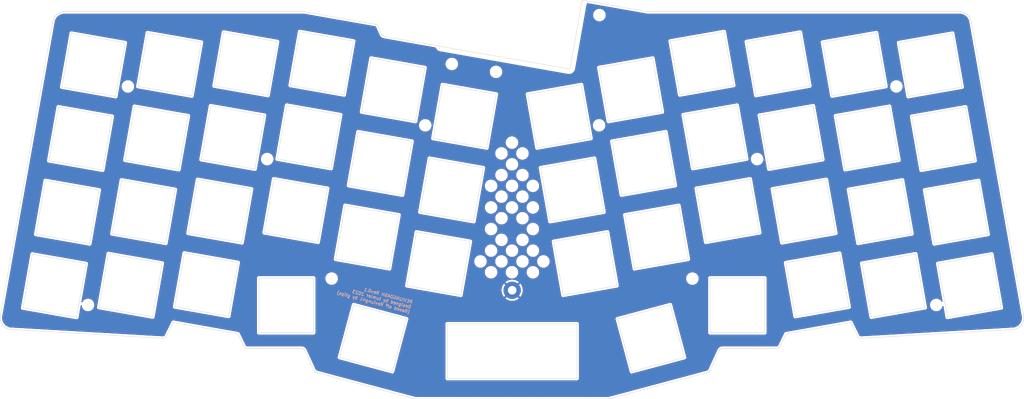
<source format=kicad_pcb>
(kicad_pcb (version 20211014) (generator pcbnew)
  (title_block (title "REVIUNG41 TOP PLATE") (date "2021-06-24") (rev "1.4"))
  (layers (0 "F.Cu" signal) (31 "B.Cu" signal) (34 "B.Paste" user) (35 "F.Paste" user) (36 "B.SilkS" user "B.Silkscreen") (37 "F.SilkS" user "F.Silkscreen") (38 "B.Mask" user) (39 "F.Mask" user) (44 "Edge.Cuts" user))
  (net 0 "")
  (net 1 "GND")
  (footprint "MountingHole:MountingHole_2.2mm_M2_Pad" (layer "F.Cu") (at 144.8 118.86)
    (fp_text reference "H1" hide)
    (fp_text value "MountingHole_Pad" hide)
    (pad "1" thru_hole circle locked (at 0 0) (size 4.4 4.4) (drill 2.2) (layers *.Cu *.Mask) (net 1 "GND"))
  )
  (footprint "MountingHole:MountingHole_2.2mm_M2" (layer "F.Cu") (at 47.05 66.95)
    (fp_text reference "H11" hide)
    (fp_text value "MountingHole_2.2mm_M2" hide)
    (pad "" np_thru_hole circle locked (at 0 0) (size 2.2 2.2) (drill 2.2) (layers *.Cu *.Mask))
  )
  (footprint "MountingHole:MountingHole_2.2mm_M2" (layer "F.Cu") (at 36.9 122.61)
    (fp_text reference "H2" hide)
    (fp_text value "MountingHole_2.2mm_M2" hide)
    (pad "" np_thru_hole circle locked (at 0 0) (size 2.2 2.2) (drill 2.2) (layers *.Cu *.Mask))
  )
  (footprint "MountingHole:MountingHole_2.2mm_M2" (layer "F.Cu") (at 82.48 85.45)
    (fp_text reference "H3" hide)
    (fp_text value "MountingHole_2.2mm_M2" hide)
    (pad "" np_thru_hole circle locked (at 0 0) (size 2.2 2.2) (drill 2.2) (layers *.Cu *.Mask))
  )
  (footprint "MountingHole:MountingHole_2.2mm_M2" (layer "F.Cu") (at 122.69 76.85)
    (fp_text reference "H4" hide)
    (fp_text value "MountingHole_2.2mm_M2" hide)
    (pad "" np_thru_hole circle locked (at 0 0) (size 2.2 2.2) (drill 2.2) (layers *.Cu *.Mask))
  )
  (footprint "MountingHole:MountingHole_2.2mm_M2" (layer "F.Cu") (at 98.88 115.88)
    (fp_text reference "H5" hide)
    (fp_text value "MountingHole_2.2mm_M2" hide)
    (pad "" np_thru_hole circle locked (at 0 0) (size 2.2 2.2) (drill 2.2) (layers *.Cu *.Mask))
  )
  (footprint "MountingHole:MountingHole_2.2mm_M2" (layer "F.Cu") (at 166.91 76.84)
    (fp_text reference "H6" hide)
    (fp_text value "MountingHole_2.2mm_M2" hide)
    (pad "" np_thru_hole circle locked (at 0 0) (size 2.2 2.2) (drill 2.2) (layers *.Cu *.Mask))
  )
  (footprint "MountingHole:MountingHole_2.2mm_M2" (layer "F.Cu") (at 190.65 115.89)
    (fp_text reference "H7" hide)
    (fp_text value "MountingHole_2.2mm_M2" hide)
    (pad "" np_thru_hole circle locked (at 0 0) (size 2.2 2.2) (drill 2.2) (layers *.Cu *.Mask))
  )
  (footprint "MountingHole:MountingHole_2.2mm_M2" (layer "F.Cu") (at 207.12 85.45)
    (fp_text reference "H8" hide)
    (fp_text value "MountingHole_2.2mm_M2" hide)
    (pad "" np_thru_hole circle locked (at 0 0) (size 2.2 2.2) (drill 2.2) (layers *.Cu *.Mask))
  )
  (footprint "MountingHole:MountingHole_2.2mm_M2" (layer "F.Cu") (at 242.54 66.94)
    (fp_text reference "H9" hide)
    (fp_text value "MountingHole_2.2mm_M2" hide)
    (pad "" np_thru_hole circle locked (at 0 0) (size 2.2 2.2) (drill 2.2) (layers *.Cu *.Mask))
  )
  (footprint "MountingHole:MountingHole_2.2mm_M2" (layer "F.Cu") (at 252.7 122.61)
    (fp_text reference "H10" hide)
    (fp_text value "MountingHole_2.2mm_M2" hide)
    (pad "" np_thru_hole circle locked (at 0 0) (size 2.2 2.2) (drill 2.2) (layers *.Cu *.Mask))
  )
  (footprint "_reviung-kbd:HOLE_2.2mm" (layer "F.Cu") (at 167 48.77)
    (fp_text reference "H14" hide)
    (fp_text value "H14" hide)
    (pad "" np_thru_hole circle locked (at 0 0) (size 2.2 2.2) (drill 2.2) (layers *.Cu *.Mask))
  )
  (footprint "_reviung-kbd:HOLE_2.2mm" (layer "F.Cu") (at 129.45 61.22)
    (fp_text reference "H12" hide)
    (fp_text value "H12" hide)
    (pad "" np_thru_hole circle locked (at 0 0) (size 2.2 2.2) (drill 2.2) (layers *.Cu *.Mask))
  )
  (footprint "_reviung-kbd:HOLE_2.2mm" (layer "F.Cu") (at 140.7 63.23)
    (fp_text reference "H13" hide)
    (fp_text value "H13" hide)
    (pad "" np_thru_hole circle locked (at 0 0) (size 2.2 2.2) (drill 2.2) (layers *.Cu *.Mask))
  )
  (footprint "_reviung-kbd:HOLE_2.2mm" (layer "F.Cu") (at 144.75 81.26)
    (fp_text reference "Ref**")
    (fp_text value "Val**")
    (pad "" np_thru_hole circle locked (at 0 0) (size 2.2 2.2) (drill 2.2) (layers *.Cu *.Mask))
  )
  (footprint "_reviung-kbd:HOLE_2.2mm" (layer "F.Cu") (at 142.08 84.01)
    (fp_text reference "Ref**")
    (fp_text value "Val**")
    (pad "" np_thru_hole circle locked (at 0 0) (size 2.2 2.2) (drill 2.2) (layers *.Cu *.Mask))
  )
  (footprint "_reviung-kbd:HOLE_2.2mm" (layer "F.Cu") (at 147.42 84.01)
    (fp_text reference "Ref**")
    (fp_text value "Val**")
    (pad "" np_thru_hole circle locked (at 0 0) (size 2.2 2.2) (drill 2.2) (layers *.Cu *.Mask))
  )
  (footprint "_reviung-kbd:HOLE_2.2mm" (layer "F.Cu") (at 144.76 86.77)
    (fp_text reference "Ref**")
    (fp_text value "Val**")
    (pad "" np_thru_hole circle locked (at 0 0) (size 2.2 2.2) (drill 2.2) (layers *.Cu *.Mask))
  )
  (footprint "_reviung-kbd:HOLE_2.2mm" (layer "F.Cu") (at 142.08 89.51)
    (fp_text reference "Ref**")
    (fp_text value "Val**")
    (pad "" np_thru_hole circle locked (at 0 0) (size 2.2 2.2) (drill 2.2) (layers *.Cu *.Mask))
  )
  (footprint "_reviung-kbd:HOLE_2.2mm" (layer "F.Cu") (at 147.42 89.51)
    (fp_text reference "Ref**")
    (fp_text value "Val**")
    (pad "" np_thru_hole circle locked (at 0 0) (size 2.2 2.2) (drill 2.2) (layers *.Cu *.Mask))
  )
  (footprint "_reviung-kbd:HOLE_2.2mm" (layer "F.Cu") (at 139.44 92.27)
    (fp_text reference "Ref**")
    (fp_text value "Val**")
    (pad "" np_thru_hole circle locked (at 0 0) (size 2.2 2.2) (drill 2.2) (layers *.Cu *.Mask))
  )
  (footprint "_reviung-kbd:HOLE_2.2mm" (layer "F.Cu") (at 144.76 92.27)
    (fp_text reference "Ref**")
    (fp_text value "Val**")
    (pad "" np_thru_hole circle locked (at 0 0) (size 2.2 2.2) (drill 2.2) (layers *.Cu *.Mask))
  )
  (footprint "_reviung-kbd:HOLE_2.2mm" (layer "F.Cu") (at 150.07 92.27)
    (fp_text reference "Ref**")
    (fp_text value "Val**")
    (pad "" np_thru_hole circle locked (at 0 0) (size 2.2 2.2) (drill 2.2) (layers *.Cu *.Mask))
  )
  (footprint "_reviung-kbd:HOLE_2.2mm" (layer "F.Cu") (at 142.08 95.01)
    (fp_text reference "Ref**")
    (fp_text value "Val**")
    (pad "" np_thru_hole circle locked (at 0 0) (size 2.2 2.2) (drill 2.2) (layers *.Cu *.Mask))
  )
  (footprint "_reviung-kbd:HOLE_2.2mm" (layer "F.Cu") (at 147.42 95.01)
    (fp_text reference "Ref**")
    (fp_text value "Val**")
    (pad "" np_thru_hole circle locked (at 0 0) (size 2.2 2.2) (drill 2.2) (layers *.Cu *.Mask))
  )
  (footprint "_reviung-kbd:HOLE_2.2mm" (layer "F.Cu") (at 139.44 97.77)
    (fp_text reference "Ref**")
    (fp_text value "Val**")
    (pad "" np_thru_hole circle locked (at 0 0) (size 2.2 2.2) (drill 2.2) (layers *.Cu *.Mask))
  )
  (footprint "_reviung-kbd:HOLE_2.2mm" (layer "F.Cu") (at 144.75 97.77)
    (fp_text reference "Ref**")
    (fp_text value "Val**")
    (pad "" np_thru_hole circle locked (at 0 0) (size 2.2 2.2) (drill 2.2) (layers *.Cu *.Mask))
  )
  (footprint "_reviung-kbd:HOLE_2.2mm" (layer "F.Cu") (at 150.07 97.77)
    (fp_text reference "Ref**")
    (fp_text value "Val**")
    (pad "" np_thru_hole circle locked (at 0 0) (size 2.2 2.2) (drill 2.2) (layers *.Cu *.Mask))
  )
  (footprint "_reviung-kbd:HOLE_2.2mm" (layer "F.Cu") (at 142.09 100.51)
    (fp_text reference "Ref**")
    (fp_text value "Val**")
    (pad "" np_thru_hole circle locked (at 0 0) (size 2.2 2.2) (drill 2.2) (layers *.Cu *.Mask))
  )
  (footprint "_reviung-kbd:HOLE_2.2mm" (layer "F.Cu") (at 147.42 100.51)
    (fp_text reference "Ref**")
    (fp_text value "Val**")
    (pad "" np_thru_hole circle locked (at 0 0) (size 2.2 2.2) (drill 2.2) (layers *.Cu *.Mask))
  )
  (footprint "_reviung-kbd:HOLE_2.2mm" (layer "F.Cu") (at 139.44 103.27)
    (fp_text reference "Ref**")
    (fp_text value "Val**")
    (pad "" np_thru_hole circle locked (at 0 0) (size 2.2 2.2) (drill 2.2) (layers *.Cu *.Mask))
  )
  (footprint "_reviung-kbd:HOLE_2.2mm" (layer "F.Cu") (at 150.07 103.27)
    (fp_text reference "Ref**")
    (fp_text value "Val**")
    (pad "" np_thru_hole circle locked (at 0 0) (size 2.2 2.2) (drill 2.2) (layers *.Cu *.Mask))
  )
  (footprint "_reviung-kbd:HOLE_2.2mm" (layer "F.Cu") (at 142.08 106.02)
    (fp_text reference "Ref**")
    (fp_text value "Val**")
    (pad "" np_thru_hole circle locked (at 0 0) (size 2.2 2.2) (drill 2.2) (layers *.Cu *.Mask))
  )
  (footprint "_reviung-kbd:HOLE_2.2mm" (layer "F.Cu") (at 147.42 106.01)
    (fp_text reference "Ref**")
    (fp_text value "Val**")
    (pad "" np_thru_hole circle locked (at 0 0) (size 2.2 2.2) (drill 2.2) (layers *.Cu *.Mask))
  )
  (footprint "_reviung-kbd:HOLE_2.2mm" (layer "F.Cu") (at 139.44 108.77)
    (fp_text reference "Ref**")
    (fp_text value "Val**")
    (pad "" np_thru_hole circle locked (at 0 0) (size 2.2 2.2) (drill 2.2) (layers *.Cu *.Mask))
  )
  (footprint "_reviung-kbd:HOLE_2.2mm" (layer "F.Cu") (at 144.76 108.77)
    (fp_text reference "Ref**")
    (fp_text value "Val**")
    (pad "" np_thru_hole circle locked (at 0 0) (size 2.2 2.2) (drill 2.2) (layers *.Cu *.Mask))
  )
  (footprint "_reviung-kbd:HOLE_2.2mm" (layer "F.Cu") (at 150.08 108.77)
    (fp_text reference "Ref**")
    (fp_text value "Val**")
    (pad "" np_thru_hole circle locked (at 0 0) (size 2.2 2.2) (drill 2.2) (layers *.Cu *.Mask))
  )
  (footprint "_reviung-kbd:HOLE_2.2mm" (layer "F.Cu") (at 136.74 111.52)
    (fp_text reference "Ref**")
    (fp_text value "Val**")
    (pad "" np_thru_hole circle locked (at 0 0) (size 2.2 2.2) (drill 2.2) (layers *.Cu *.Mask))
  )
  (footprint "_reviung-kbd:HOLE_2.2mm" (layer "F.Cu") (at 142.08 111.52)
    (fp_text reference "Ref**")
    (fp_text value "Val**")
    (pad "" np_thru_hole circle locked (at 0 0) (size 2.2 2.2) (drill 2.2) (layers *.Cu *.Mask))
  )
  (footprint "_reviung-kbd:HOLE_2.2mm" (layer "F.Cu") (at 147.43 111.52)
    (fp_text reference "Ref**")
    (fp_text value "Val**")
    (pad "" np_thru_hole circle locked (at 0 0) (size 2.2 2.2) (drill 2.2) (layers *.Cu *.Mask))
  )
  (footprint "_reviung-kbd:HOLE_2.2mm" (layer "F.Cu") (at 152.75 111.52)
    (fp_text reference "Ref**")
    (fp_text value "Val**")
    (pad "" np_thru_hole circle locked (at 0 0) (size 2.2 2.2) (drill 2.2) (layers *.Cu *.Mask))
  )
  (footprint "_reviung-kbd:HOLE_2.2mm" (layer "F.Cu") (at 150.08 114.28)
    (fp_text reference "Ref**")
    (fp_text value "Val**")
    (pad "" np_thru_hole circle locked (at 0 0) (size 2.2 2.2) (drill 2.2) (layers *.Cu *.Mask))
  )
  (footprint "_reviung-kbd:HOLE_2.2mm" (layer "F.Cu") (at 144.75 114.28)
    (fp_text reference "Ref**")
    (fp_text value "Val**")
    (pad "" np_thru_hole circle locked (at 0 0) (size 2.2 2.2) (drill 2.2) (layers *.Cu *.Mask))
  )
  (footprint "_reviung-kbd:HOLE_2.2mm" (layer "F.Cu") (at 139.44 114.27)
    (fp_text reference "Ref**")
    (fp_text value "Val**")
    (pad "" np_thru_hole circle locked (at 0 0) (size 2.2 2.2) (drill 2.2) (layers *.Cu *.Mask))
  )
  (gr_line (start 195.187444 139.197128) (end 197.447028 134.272322) (layer "Edge.Cuts") (width 0.1))
  (gr_line (start 14.581227 125.508052) (end 14.604214 125.355398) (layer "Edge.Cuts") (width 0.1))
  (gr_line (start 62.370082 104.33385) (end 64.783844 90.645028) (layer "Edge.Cuts") (width 0.1))
  (gr_line (start 260.563742 48.63419) (end 260.462142 48.553672) (layer "Edge.Cuts") (width 0.1))
  (gr_line (start 188.618496 135.981996) (end 175.192056 139.579398) (layer "Edge.Cuts") (width 0.1))
  (gr_line (start 104.45458 55.397448) (end 102.041072 69.08627) (layer "Edge.Cuts") (width 0.1))
  (gr_line (start 76.7127 133.32668) (end 76.640056 133.234732) (layer "Edge.Cuts") (width 0.1))
  (gr_line (start 56.294402 131.034838) (end 56.397526 130.993944) (layer "Edge.Cuts") (width 0.1))
  (gr_line (start 233.03065 130.948224) (end 232.92143 130.87558) (layer "Edge.Cuts") (width 0.1))
  (gr_line (start 157.758512 120.118172) (end 171.447334 117.70441) (layer "Edge.Cuts") (width 0.1))
  (gr_line (start 261.290182 49.533096) (end 261.226682 49.41905) (layer "Edge.Cuts") (width 0.1))
  (gr_line (start 142.471776 146.532902) (end 144.775556 146.532902) (layer "Edge.Cuts") (width 0.1))
  (gr_line (start 103.199312 92.189094) (end 105.613074 78.500272) (layer "Edge.Cuts") (width 0.1))
  (gr_line (start 91.440636 133.677454) (end 91.331416 133.650022) (layer "Edge.Cuts") (width 0.1))
  (gr_line (start 166.88143 62.15334) (end 169.295192 75.842162) (layer "Edge.Cuts") (width 0.1))
  (gr_line (start 259.674742 48.118062) (end 259.552822 48.07539) (layer "Edge.Cuts") (width 0.1))
  (gr_line (start 198.189724 133.651546) (end 198.3025 133.636306) (layer "Edge.Cuts") (width 0.1))
  (gr_line (start 138.349102 82.597038) (end 124.66028 80.183276) (layer "Edge.Cuts") (width 0.1))
  (gr_line (start 259.913502 48.218392) (end 259.796662 48.165814) (layer "Edge.Cuts") (width 0.1))
  (gr_line (start 85.088604 55.537402) (end 82.675096 69.226224) (layer "Edge.Cuts") (width 0.1))
  (gr_line (start 261.561962 50.278078) (end 261.531482 50.147268) (layer "Edge.Cuts") (width 0.1))
  (gr_line (start 110.070774 51.143202) (end 109.949616 51.113738) (layer "Edge.Cuts") (width 0.1))
  (gr_line (start 119.301896 80.914034) (end 116.888134 94.602856) (layer "Edge.Cuts") (width 0.1))
  (gr_line (start 27.958416 50.276554) (end 27.931746 50.40965) (layer "Edge.Cuts") (width 0.1))
  (gr_line (start 95.007812 139.800378) (end 94.895036 139.76304) (layer "Edge.Cuts") (width 0.1))
  (gr_line (start 91.737054 133.82833) (end 91.644344 133.76737) (layer "Edge.Cuts") (width 0.1))
  (gr_line (start 92.074112 134.270798) (end 92.026614 134.165896) (layer "Edge.Cuts") (width 0.1))
  (gr_line (start 274.759802 126.964488) (end 274.808062 126.82809) (layer "Edge.Cuts") (width 0.1))
  (gr_line (start 233.464228 131.097322) (end 272.483962 128.832404) (layer "Edge.Cuts") (width 0.1))
  (gr_line (start 100.88969 135.973614) (end 104.487346 122.547174) (layer "Edge.Cuts") (width 0.1))
  (gr_line (start 79.367 87.986918) (end 65.678178 85.573156) (layer "Edge.Cuts") (width 0.1))
  (gr_line (start 76.640056 133.234732) (end 76.578842 133.134148) (layer "Edge.Cuts") (width 0.1))
  (gr_line (start 169.033572 104.015588) (end 155.34475 106.42935) (layer "Edge.Cuts") (width 0.1))
  (gr_line (start 110.394624 51.313636) (end 110.294294 51.24404) (layer "Edge.Cuts") (width 0.1))
  (gr_line (start 171.447334 117.70441) (end 169.033572 104.015588) (layer "Edge.Cuts") (width 0.1))
  (gr_line (start 14.817574 127.096314) (end 14.761846 126.962964) (layer "Edge.Cuts") (width 0.1))
  (gr_line (start 165.725476 85.255148) (end 152.036654 87.66891) (layer "Edge.Cuts") (width 0.1))
  (gr_line (start 168.821228 146.533156) (end 169.232708 146.533156) (layer "Edge.Cuts") (width 0.1))
  (gr_line (start 29.72524 48.165306) (end 29.606876 48.218138) (layer "Edge.Cuts") (width 0.1))
  (gr_line (start 94.68955 139.65128) (end 94.598364 139.578636) (layer "Edge.Cuts") (width 0.1))
  (gr_line (start 274.808062 126.82809) (end 274.851242 126.689406) (layer "Edge.Cuts") (width 0.1))
  (gr_line (start 111.64786 53.822394) (end 111.578772 53.72054) (layer "Edge.Cuts") (width 0.1))
  (gr_line (start 232.80078 106.886296) (end 246.489602 104.472534) (layer "Edge.Cuts") (width 0.1))
  (gr_line (start 131.73291 120.118172) (end 118.044088 117.704664) (layer "Edge.Cuts") (width 0.1))
  (gr_line (start 173.497622 99.674474) (end 175.91113 113.363296) (layer "Edge.Cuts") (width 0.1))
  (gr_line (start 197.494526 134.167674) (end 197.552946 134.070392) (layer "Edge.Cuts") (width 0.1))
  (gr_line (start 212.532088 133.547152) (end 212.63318 133.484414) (layer "Edge.Cuts") (width 0.1))
  (gr_line (start 127.073788 66.494454) (end 140.76261 68.908216) (layer "Edge.Cuts") (width 0.1))
  (gr_line (start 30.75013 47.935182) (end 30.615764 47.944326) (layer "Edge.Cuts") (width 0.1))
  (gr_line (start 126.1 56.651192) (end 112.26381 54.19552) (layer "Edge.Cuts") (width 0.1))
  (gr_line (start 274.940142 125.509576) (end 274.917282 125.356922) (layer "Edge.Cuts") (width 0.1))
  (gr_line (start 233.464228 131.097322) (end 233.340022 131.070398) (layer "Edge.Cuts") (width 0.1))
  (gr_line (start 94.383226 139.303808) (end 94.33395 139.195604) (layer "Edge.Cuts") (width 0.1))
  (gr_line (start 28.43619 49.200102) (end 28.363546 49.30729) (layer "Edge.Cuts") (width 0.1))
  (gr_line (start 256.827402 53.401262) (end 243.139342 55.815024) (layer "Edge.Cuts") (width 0.1))
  (gr_line (start 14.761846 126.962964) (end 14.712494 126.826566) (layer "Edge.Cuts") (width 0.1))
  (gr_line (start 98.732976 87.846964) (end 85.044154 85.433202) (layer "Edge.Cuts") (width 0.1))
  (gr_line (start 77.098526 133.596682) (end 76.989052 133.545628) (layer "Edge.Cuts") (width 0.1))
  (gr_line (start 91.899868 133.979714) (end 91.822398 133.89945) (layer "Edge.Cuts") (width 0.1))
  (gr_line (start 237.459902 53.262578) (end 223.77108 55.67634) (layer "Edge.Cuts") (width 0.1))
  (gr_line (start 126.19952 146.532394) (end 127.855854 146.532394) (layer "Edge.Cuts") (width 0.1))
  (gr_line (start 216.810464 125.543104) (end 230.49954 123.129596) (layer "Edge.Cuts") (width 0.1))
  (gr_line (start 259.037202 47.959312) (end 258.905122 47.944326) (layer "Edge.Cuts") (width 0.1))
  (gr_line (start 260.660262 48.718772) (end 260.563742 48.63419) (layer "Edge.Cuts") (width 0.1))
  (gr_line (start 113.580292 113.36355) (end 99.89147 110.949788) (layer "Edge.Cuts") (width 0.1))
  (gr_line (start 29.161868 48.476964) (end 29.058236 48.553164) (layer "Edge.Cuts") (width 0.1))
  (gr_line (start 211.018756 93.058536) (end 213.432518 106.747358) (layer "Edge.Cuts") (width 0.1))
  (gr_line (start 81.736058 104.193896) (end 84.14982 90.505074) (layer "Edge.Cuts") (width 0.1))
  (gr_line (start 85.044154 85.433202) (end 87.457916 71.74438) (layer "Edge.Cuts") (width 0.1))
  (gr_line (start 112.142652 54.166056) (end 112.02759 54.122368) (layer "Edge.Cuts") (width 0.1))
  (gr_line (start 261.531482 50.147268) (end 261.493382 50.018744) (layer "Edge.Cuts") (width 0.1))
  (gr_line (start 15.692527 128.226106) (end 15.581326 128.133142) (layer "Edge.Cuts") (width 0.1))
  (gr_line (start 273.068162 128.667558) (end 273.205322 128.609138) (layer "Edge.Cuts") (width 0.1))
  (gr_line (start 58.975626 123.077526) (end 61.389134 109.388704) (layer "Edge.Cuts") (width 0.1))
  (gr_line (start 212.63318 133.484414) (end 212.725636 133.411262) (layer "Edge.Cuts") (width 0.1))
  (gr_line (start 233.123614 130.995468) (end 233.03065 130.948224) (layer "Edge.Cuts") (width 0.1))
  (gr_line (start 197.447028 134.272322) (end 197.494526 134.167674) (layer "Edge.Cuts") (width 0.1))
  (gr_line (start 91.141678 133.631988) (end 77.215112 133.635798) (layer "Edge.Cuts") (width 0.1))
  (gr_line (start 16.886759 128.800146) (end 16.738703 128.7623) (layer "Edge.Cuts") (width 0.1))
  (gr_line (start 56.770398 130.699304) (end 56.833644 130.598974) (layer "Edge.Cuts") (width 0.1))
  (gr_line (start 61.389134 109.388704) (end 75.077956 111.802212) (layer "Edge.Cuts") (width 0.1))
  (gr_line (start 232.750742 130.700828) (end 232.687496 130.600498) (layer "Edge.Cuts") (width 0.1))
  (gr_line (start 194.513582 139.801902) (end 194.626104 139.764564) (layer "Edge.Cuts") (width 0.1))
  (gr_line (start 15.808428 128.313736) (end 15.692527 128.226106) (layer "Edge.Cuts") (width 0.1))
  (gr_line (start 28.02852 50.017474) (end 27.990674 50.145744) (layer "Edge.Cuts") (width 0.1))
  (gr_line (start 15.9289 128.396032) (end 15.808428 128.313736) (layer "Edge.Cuts") (width 0.1))
  (gr_line (start 65.678178 85.573156) (end 68.09194 71.884334) (layer "Edge.Cuts") (width 0.1))
  (gr_line (start 259.552822 48.07539) (end 259.425822 48.038052) (layer "Edge.Cuts") (width 0.1))
  (gr_line (start 272.783682 128.763824) (end 272.925922 128.71912) (layer "Edge.Cuts") (width 0.1))
  (gr_line (start 248.8612 88.26454) (end 262.550022 85.850778) (layer "Edge.Cuts") (width 0.1))
  (gr_line (start 243.181506 85.71184) (end 240.767998 72.023018) (layer "Edge.Cuts") (width 0.1))
  (gr_line (start 197.784086 133.829854) (end 197.876796 133.768894) (layer "Edge.Cuts") (width 0.1))
  (gr_line (start 228.085778 109.440774) (end 214.396956 111.854282) (layer "Edge.Cuts") (width 0.1))
  (gr_line (start 210.124422 87.986918) (end 223.813244 85.573156) (layer "Edge.Cuts") (width 0.1))
  (gr_line (start 114.31613 139.57127) (end 100.88969 135.973614) (layer "Edge.Cuts") (width 0.1))
  (gr_line (start 32.663258 53.401262) (end 46.35208 55.815024) (layer "Edge.Cuts") (width 0.1))
  (gr_line (start 195.0767 139.405662) (end 195.137914 139.305332) (layer "Edge.Cuts") (width 0.1))
  (gr_line (start 101.146738 74.158142) (end 98.732976 87.846964) (layer "Edge.Cuts") (width 0.1))
  (gr_line (start 140.76261 68.908216) (end 138.349102 82.597038) (layer "Edge.Cuts") (width 0.1))
  (gr_line (start 272.483962 128.832404) (end 272.633822 128.80167) (layer "Edge.Cuts") (width 0.1))
  (gr_line (start 30.094556 48.038052) (end 29.96908 48.075136) (layer "Edge.Cuts") (width 0.1))
  (gr_line (start 76.795504 133.409738) (end 76.7127 133.32668) (layer "Edge.Cuts") (width 0.1))
  (gr_line (start 77.215112 133.635798) (end 77.098526 133.596682) (layer "Edge.Cuts") (width 0.1))
  (gr_line (start 28.120214 49.768808) (end 28.0717 49.891744) (layer "Edge.Cuts") (width 0.1))
  (gr_line (start 56.833644 130.598974) (end 56.883174 130.491024) (layer "Edge.Cuts") (width 0.1))
  (gr_line (start 246.489602 104.472534) (end 244.07584 90.783712) (layer "Edge.Cuts") (width 0.1))
  (gr_line (start 97.838642 92.918582) (end 95.42488 106.607658) (layer "Edge.Cuts") (width 0.1))
  (gr_line (start 274.851242 126.689406) (end 274.886802 126.547928) (layer "Edge.Cuts") (width 0.1))
  (gr_line (start 166.146354 146.533156) (end 167.260144 146.533156) (layer "Edge.Cuts") (width 0.1))
  (gr_line (start 259.242942 67.090084) (end 256.827402 53.401262) (layer "Edge.Cuts") (width 0.1))
  (gr_line (start 120.147462 146.531632) (end 120.292242 146.531632) (layer "Edge.Cuts") (width 0.1))
  (gr_line (start 187.448318 69.088556) (end 201.137394 66.674794) (layer "Edge.Cuts") (width 0.1))
  (gr_line (start 249.75528 93.336158) (end 252.169042 107.02498) (layer "Edge.Cuts") (width 0.1))
  (gr_line (start 194.73253 139.714526) (end 194.831844 139.652804) (layer "Edge.Cuts") (width 0.1))
  (gr_line (start 94.78861 139.713002) (end 94.68955 139.65128) (layer "Edge.Cuts") (width 0.1))
  (gr_line (start 218.09164 53.12364) (end 204.402818 55.537402) (layer "Edge.Cuts") (width 0.1))
  (gr_line (start 82.675096 69.226224) (end 68.986274 66.812462) (layer "Edge.Cuts") (width 0.1))
  (gr_line (start 159.889064 146.533156) (end 161.687638 146.533156) (layer "Edge.Cuts") (width 0.1))
  (gr_line (start 168.15778 146.533156) (end 168.821228 146.533156) (layer "Edge.Cuts") (width 0.1))
  (gr_line (start 164.831142 80.183276) (end 162.417634 66.494454) (layer "Edge.Cuts") (width 0.1))
  (gr_line (start 131.582288 146.532648) (end 133.61632 146.532648) (layer "Edge.Cuts") (width 0.1))
  (gr_line (start 30.249496 67.090338) (end 32.663258 53.401262) (layer "Edge.Cuts") (width 0.1))
  (gr_line (start 56.397526 130.993944) (end 56.49049 130.9467) (layer "Edge.Cuts") (width 0.1))
  (gr_line (start 68.09194 71.884334) (end 81.780762 74.298096) (layer "Edge.Cuts") (width 0.1))
  (gr_line (start 45.415582 90.783712) (end 59.104404 93.197474) (layer "Edge.Cuts") (width 0.1))
  (gr_line (start 245.553104 69.503846) (end 259.242942 67.090084) (layer "Edge.Cuts") (width 0.1))
  (gr_line (start 261.401942 49.770078) (end 261.348602 49.65019) (layer "Edge.Cuts") (width 0.1))
  (gr_line (start 197.975856 133.718348) (end 198.080504 133.679232) (layer "Edge.Cuts") (width 0.1))
  (gr_line (start 81.780762 74.298096) (end 79.367 87.986918) (layer "Edge.Cuts") (width 0.1))
  (gr_line (start 28.95816 48.633428) (end 28.861386 48.718264) (layer "Edge.Cuts") (width 0.1))
  (gr_line (start 261.493382 50.018744) (end 261.450202 49.893014) (layer "Edge.Cuts") (width 0.1))
  (gr_line (start 236.165264 125.695504) (end 249.85434 123.281996) (layer "Edge.Cuts") (width 0.1))
  (gr_line (start 197.621272 133.981238) (end 197.698742 133.900974) (layer "Edge.Cuts") (width 0.1))
  (gr_line (start 230.49954 123.129596) (end 228.085778 109.440774) (layer "Edge.Cuts") (width 0.1))
  (gr_line (start 123.390534 146.53214) (end 124.704984 146.53214) (layer "Edge.Cuts") (width 0.1))
  (gr_line (start 122.27395 146.53214) (end 123.390534 146.53214) (layer "Edge.Cuts") (width 0.1))
  (gr_line (start 111.52213 53.609542) (end 110.692312 51.69997) (layer "Edge.Cuts") (width 0.1))
  (gr_line (start 252.169042 107.02498) (end 265.857102 104.611472) (layer "Edge.Cuts") (width 0.1))
  (gr_line (start 223.813244 85.573156) (end 221.399482 71.884334) (layer "Edge.Cuts") (width 0.1))
  (gr_line (start 28.232228 49.531826) (end 28.173808 49.64892) (layer "Edge.Cuts") (width 0.1))
  (gr_line (start 94.598364 139.578636) (end 94.516322 139.496086) (layer "Edge.Cuts") (width 0.1))
  (gr_line (start 91.968194 134.068868) (end 91.899868 133.979714) (layer "Edge.Cuts") (width 0.1))
  (gr_line (start 108.92117 59.739832) (end 122.609992 62.15334) (layer "Edge.Cuts") (width 0.1))
  (gr_line (start 147.078828 146.532902) (end 149.36432 146.532902) (layer "Edge.Cuts") (width 0.1))
  (gr_line (start 226.184842 69.365162) (end 239.873664 66.9514) (layer "Edge.Cuts") (width 0.1))
  (gr_line (start 159.514668 62.506908) (end 126.1 56.651192) (layer "Edge.Cuts") (width 0.1))
  (gr_line (start 37.32238 107.02498) (end 23.633482 104.611472) (layer "Edge.Cuts") (width 0.1))
  (gr_line (start 212.881084 133.236256) (end 212.942298 133.135672) (layer "Edge.Cuts") (width 0.1))
  (gr_line (start 191.650748 92.920868) (end 194.06451 106.60969) (layer "Edge.Cuts") (width 0.1))
  (gr_line (start 213.432518 106.747358) (end 227.12134 104.333596) (layer "Edge.Cuts") (width 0.1))
  (gr_line (start 261.158102 49.308306) (end 261.084442 49.201118) (layer "Edge.Cuts") (width 0.1))
  (gr_line (start 29.606876 48.218138) (end 29.491306 48.275796) (layer "Edge.Cuts") (width 0.1))
  (gr_line (start 121.37352 146.531886) (end 122.27395 146.53214) (layer "Edge.Cuts") (width 0.1))
  (gr_line (start 76.529312 133.026198) (end 75.056112 129.978198) (layer "Edge.Cuts") (width 0.1))
  (gr_line (start 140.18603 146.532902) (end 142.471776 146.532902) (layer "Edge.Cuts") (width 0.1))
  (gr_line (start 122.609992 62.15334) (end 120.19623 75.842162) (layer "Edge.Cuts") (width 0.1))
  (gr_line (start 180.570252 59.739578) (end 166.88143 62.15334) (layer "Edge.Cuts") (width 0.1))
  (gr_line (start 46.309916 85.712094) (end 48.723424 72.023272) (layer "Edge.Cuts") (width 0.1))
  (gr_line (start 15.101292 127.597202) (end 15.021536 127.477314) (layer "Edge.Cuts") (width 0.1))
  (gr_line (start 260.926962 48.996902) (end 260.843142 48.900382) (layer "Edge.Cuts") (width 0.1))
  (gr_line (start 128.314324 141.320822) (end 128.314324 127.420672) (layer "Edge.Cuts") (width 0.1))
  (gr_line (start 40.630222 88.26454) (end 26.9414 85.850778) (layer "Edge.Cuts") (width 0.1))
  (gr_line (start 273.591402 128.397556) (end 273.713322 128.31526) (layer "Edge.Cuts") (width 0.1))
  (gr_line (start 53.360448 125.643688) (end 39.671626 123.229926) (layer "Edge.Cuts") (width 0.1))
  (gr_line (start 214.465028 129.979722) (end 230.924228 127.033322) (layer "Edge.Cuts") (width 0.1))
  (gr_line (start 26.04732 90.92265) (end 39.736142 93.336158) (layer "Edge.Cuts") (width 0.1))
  (gr_line (start 28.0717 49.891744) (end 28.02852 50.017474) (layer "Edge.Cuts") (width 0.1))
  (gr_line (start 247.440578 109.593174) (end 233.751756 112.006682) (layer "Edge.Cuts") (width 0.1))
  (gr_line (start 212.991828 133.027722) (end 214.465028 129.979722) (layer "Edge.Cuts") (width 0.1))
  (gr_line (start 92.026614 134.165896) (end 91.968194 134.068868) (layer "Edge.Cuts") (width 0.1))
  (gr_line (start 198.723632 52.985972) (end 185.03481 55.39948) (layer "Edge.Cuts") (width 0.1))
  (gr_line (start 232.828466 130.792776) (end 232.750742 130.700828) (layer "Edge.Cuts") (width 0.1))
  (gr_line (start 144.775556 146.532902) (end 147.078828 146.532902) (layer "Edge.Cuts") (width 0.1))
  (gr_line (start 28.679268 48.89962) (end 28.594178 48.99614) (layer "Edge.Cuts") (width 0.1))
  (gr_line (start 91.644344 133.76737) (end 91.545284 133.716824) (layer "Edge.Cuts") (width 0.1))
  (gr_line (start 137.454768 87.66891) (end 135.041006 101.357732) (layer "Edge.Cuts") (width 0.1))
  (gr_line (start 224.707578 90.644774) (end 211.018756 93.058536) (layer "Edge.Cuts") (width 0.1))
  (gr_line (start 120.45785 104.015842) (end 134.146672 106.42935) (layer "Edge.Cuts") (width 0.1))
  (gr_line (start 243.139342 55.815024) (end 245.553104 69.503846) (layer "Edge.Cuts") (width 0.1))
  (gr_line (start 14.879524 127.226616) (end 14.817574 127.096314) (layer "Edge.Cuts") (width 0.1))
  (gr_line (start 111.81931 53.995876) (end 111.728378 53.914596) (layer "Edge.Cuts") (width 0.1))
  (gr_line (start 15.021536 127.477314) (end 14.947571 127.35387) (layer "Edge.Cuts") (width 0.1))
  (gr_line (start 212.306028 133.637322) (end 212.422614 133.598206) (layer "Edge.Cuts") (width 0.1))
  (gr_line (start 261.450202 49.893014) (end 261.401942 49.770078) (layer "Edge.Cuts") (width 0.1))
  (gr_line (start 249.85434 123.281996) (end 247.440578 109.593174) (layer "Edge.Cuts") (width 0.1))
  (gr_line (start 187.186444 97.260966) (end 173.497622 99.674474) (layer "Edge.Cuts") (width 0.1))
  (gr_line (start 28.295474 49.418034) (end 28.232228 49.531826) (layer "Edge.Cuts") (width 0.1))
  (gr_line (start 72.664448 125.491288) (end 58.975626 123.077526) (layer "Edge.Cuts") (width 0.1))
  (gr_line (start 201.137394 66.674794) (end 198.723632 52.985972) (layer "Edge.Cuts") (width 0.1))
  (gr_line (start 170.189526 80.914034) (end 172.603288 94.602856) (layer "Edge.Cuts") (width 0.1))
  (gr_line (start 135.740268 146.532648) (end 137.936352 146.532648) (layer "Edge.Cuts") (width 0.1))
  (gr_line (start 255.519302 125.746304) (end 269.209902 123.332796) (layer "Edge.Cuts") (width 0.1))
  (gr_line (start 43.938318 69.503846) (end 30.249496 67.090338) (layer "Edge.Cuts") (width 0.1))
  (gr_line (start 274.500722 127.478838) (end 274.574382 127.355394) (layer "Edge.Cuts") (width 0.1))
  (gr_line (start 112.02759 54.122368) (end 111.919386 54.065472) (layer "Edge.Cuts") (width 0.1))
  (gr_line (start 17.038118 128.83088) (end 16.886759 128.800146) (layer "Edge.Cuts") (width 0.1))
  (gr_line (start 117.913786 126.14483) (end 114.31613 139.57127) (layer "Edge.Cuts") (width 0.1))
  (gr_line (start 42.085134 109.541104) (end 55.773956 111.954612) (layer "Edge.Cuts") (width 0.1))
  (gr_line (start 207.753332 104.195928) (end 205.33957 90.507106) (layer "Edge.Cuts") (width 0.1))
  (gr_line (start 120.19623 75.842162) (end 106.507408 73.428654) (layer "Edge.Cuts") (width 0.1))
  (gr_line (start 204.445236 85.435234) (end 202.031474 71.746412) (layer "Edge.Cuts") (width 0.1))
  (gr_line (start 183.878348 78.500272) (end 170.189526 80.914034) (layer "Edge.Cuts") (width 0.1))
  (gr_line (start 152.036654 87.66891) (end 154.450416 101.357732) (layer "Edge.Cuts") (width 0.1))
  (gr_line (start 15.475002 128.035098) (end 15.373656 127.932228) (layer "Edge.Cuts") (width 0.1))
  (gr_line (start 28.363546 49.30729) (end 28.295474 49.418034) (layer "Edge.Cuts") (width 0.1))
  (gr_line (start 14.55923 125.961442) (end 14.5589 125.811328) (layer "Edge.Cuts") (width 0.1))
  (gr_line (start 15.186661 127.71328) (end 15.101292 127.597202) (layer "Edge.Cuts") (width 0.1))
  (gr_line (start 14.582116 126.257352) (end 14.567028 126.110286) (layer "Edge.Cuts") (width 0.1))
  (gr_line (start 29.491306 48.275796) (end 29.37853 48.33828) (layer "Edge.Cuts") (width 0.1))
  (gr_line (start 43.00182 104.472534) (end 45.415582 90.783712) (layer "Edge.Cuts") (width 0.1))
  (gr_line (start 149.36432 146.532902) (end 151.61349 146.532902) (layer "Edge.Cuts") (width 0.1))
  (gr_line (start 112.26381 54.19552) (end 112.142652 54.166056) (layer "Edge.Cuts") (width 0.1))
  (gr_line (start 273.337402 128.544622) (end 273.466942 128.47401) (layer "Edge.Cuts") (width 0.1))
  (gr_line (start 274.955382 126.11181) (end 274.963002 125.962966) (layer "Edge.Cuts") (width 0.1))
  (gr_line (start 123.765946 85.255148) (end 137.454768 87.66891) (layer "Edge.Cuts") (width 0.1))
  (gr_line (start 274.917282 125.356922) (end 261.589902 50.411174) (layer "Edge.Cuts") (width 0.1))
  (gr_line (start 15.373656 127.932228) (end 15.277491 127.82504) (layer "Edge.Cuts") (width 0.1))
  (gr_line (start 260.137022 72.161956) (end 246.447438 74.575718) (layer "Edge.Cuts") (width 0.1))
  (gr_line (start 261.226682 49.41905) (end 261.158102 49.308306) (layer "Edge.Cuts") (width 0.1))
  (gr_line (start 94.267402 115.760802) (end 94.267402 129.660698) (layer "Edge.Cuts") (width 0.1))
  (gr_line (start 262.550022 85.850778) (end 260.137022 72.161956) (layer "Edge.Cuts") (width 0.1))
  (gr_line (start 20.31548 123.356418) (end 22.729191 109.667596) (layer "Edge.Cuts") (width 0.1))
  (gr_line (start 227.079176 74.43678) (end 229.492684 88.125602) (layer "Edge.Cuts") (width 0.1))
  (gr_line (start 105.613074 78.500272) (end 119.301896 80.914034) (layer "Edge.Cuts") (width 0.1))
  (gr_line (start 118.044088 117.704664) (end 120.45785 104.015842) (layer "Edge.Cuts") (width 0.1))
  (gr_line (start 197.876796 133.768894) (end 197.975856 133.718348) (layer "Edge.Cuts") (width 0.1))
  (gr_line (start 76.058904 106.747358) (end 62.370082 104.33385) (layer "Edge.Cuts") (width 0.1))
  (gr_line (start 221.399482 71.884334) (end 207.71066 74.298096) (layer "Edge.Cuts") (width 0.1))
  (gr_line (start 104.487346 122.547174) (end 117.913786 126.14483) (layer "Edge.Cuts") (width 0.1))
  (gr_line (start 209.050002 129.660698) (end 195.150106 129.660698) (layer "Edge.Cuts") (width 0.1))
  (gr_line (start 274.963002 125.962966) (end 274.963002 125.812852) (layer "Edge.Cuts") (width 0.1))
  (gr_line (start 209.050002 115.760802) (end 209.050002 129.660698) (layer "Edge.Cuts") (width 0.1))
  (gr_line (start 91.21864 133.634782) (end 91.141678 133.631988) (layer "Edge.Cuts") (width 0.1))
  (gr_line (start 14.633601 126.546404) (end 14.604366 126.402894) (layer "Edge.Cuts") (width 0.1))
  (gr_line (start 95.42488 106.607658) (end 81.736058 104.193896) (layer "Edge.Cuts") (width 0.1))
  (gr_line (start 29.268548 48.405336) (end 29.161868 48.476964) (layer "Edge.Cuts") (width 0.1))
  (gr_line (start 263.444102 90.92265) (end 249.75528 93.336158) (layer "Edge.Cuts") (width 0.1))
  (gr_line (start 259.298822 48.006302) (end 259.169282 47.979886) (layer "Edge.Cuts") (width 0.1))
  (gr_line (start 185.03481 55.39948) (end 187.448318 69.088556) (layer "Edge.Cuts") (width 0.1))
  (gr_line (start 110.18609 51.18689) (end 110.070774 51.143202) (layer "Edge.Cuts") (width 0.1))
  (gr_line (start 207.71066 74.298096) (end 210.124422 87.986918) (layer "Edge.Cuts") (width 0.1))
  (gr_line (start 169.373678 146.533156) (end 194.513582 139.801902) (layer "Edge.Cuts") (width 0.1))
  (gr_line (start 194.06451 106.60969) (end 207.753332 104.195928) (layer "Edge.Cuts") (width 0.1))
  (gr_line (start 162.417634 66.494454) (end 148.728812 68.908216) (layer "Edge.Cuts") (width 0.1))
  (gr_line (start 48.723424 72.023272) (end 62.4125 74.43678) (layer "Edge.Cuts") (width 0.1))
  (gr_line (start 124.66028 80.183276) (end 127.073788 66.494454) (layer "Edge.Cuts") (width 0.1))
  (gr_line (start 137.936352 146.532648) (end 140.18603 146.532902) (layer "Edge.Cuts") (width 0.1))
  (gr_line (start 274.147662 127.933752) (end 274.244182 127.826564) (layer "Edge.Cuts") (width 0.1))
  (gr_line (start 261.589902 50.411174) (end 261.561962 50.278078) (layer "Edge.Cuts") (width 0.1))
  (gr_line (start 16.594126 128.717596) (end 16.453207 128.66578) (layer "Edge.Cuts") (width 0.1))
  (gr_line (start 274.046062 128.036622) (end 274.147662 127.933752) (layer "Edge.Cuts") (width 0.1))
  (gr_line (start 273.939382 128.134666) (end 274.046062 128.036622) (layer "Edge.Cuts") (width 0.1))
  (gr_line (start 161.284286 141.320822) (end 128.314324 141.320822) (layer "Edge.Cuts") (width 0.1))
  (gr_line (start 30.482668 47.959058) (end 30.351604 47.979886) (layer "Edge.Cuts") (width 0.1))
  (gr_line (start 91.545284 133.716824) (end 91.440636 133.677454) (layer "Edge.Cuts") (width 0.1))
  (gr_line (start 64.783844 90.645028) (end 78.472666 93.058536) (layer "Edge.Cuts") (width 0.1))
  (gr_line (start 30.615764 47.944326) (end 30.482668 47.959058) (layer "Edge.Cuts") (width 0.1))
  (gr_line (start 94.44444 139.404138) (end 94.383226 139.303808) (layer "Edge.Cuts") (width 0.1))
  (gr_line (start 30.88602 47.932134) (end 30.75013 47.935182) (layer "Edge.Cuts") (width 0.1))
  (gr_line (start 272.633822 128.80167) (end 272.783682 128.763824) (layer "Edge.Cuts") (width 0.1))
  (gr_line (start 169.295192 75.842162) (end 182.984014 73.4284) (layer "Edge.Cuts") (width 0.1))
  (gr_line (start 194.831844 139.652804) (end 194.922776 139.58016) (layer "Edge.Cuts") (width 0.1))
  (gr_line (start 233.751756 112.006682) (end 236.165264 125.695504) (layer "Edge.Cuts") (width 0.1))
  (gr_line (start 157.964506 146.532902) (end 159.889064 146.533156) (layer "Edge.Cuts") (width 0.1))
  (gr_line (start 273.827622 128.22763) (end 273.939382 128.134666) (layer "Edge.Cuts") (width 0.1))
  (gr_line (start 29.96908 48.075136) (end 29.84589 48.117808) (layer "Edge.Cuts") (width 0.1))
  (gr_line (start 56.056912 131.095798) (end 17.038118 128.83088) (layer "Edge.Cuts") (width 0.1))
  (gr_line (start 80.367506 129.660698) (end 80.367506 115.760802) (layer "Edge.Cuts") (width 0.1))
  (gr_line (start 240.767998 72.023018) (end 227.079176 74.43678) (layer "Edge.Cuts") (width 0.1))
  (gr_line (start 168.139238 98.94397) (end 165.725476 85.255148) (layer "Edge.Cuts") (width 0.1))
  (gr_line (start 14.947571 127.35387) (end 14.879524 127.226616) (layer "Edge.Cuts") (width 0.1))
  (gr_line (start 39.671626 123.229926) (end 42.085134 109.541104) (layer "Edge.Cuts") (width 0.1))
  (gr_line (start 71.399782 53.12364) (end 85.088604 55.537402) (layer "Edge.Cuts") (width 0.1))
  (gr_line (start 56.49049 130.9467) (end 56.59971 130.874056) (layer "Edge.Cuts") (width 0.1))
  (gr_line (start 120.292242 146.531632) (end 120.70677 146.531886) (layer "Edge.Cuts") (width 0.1))
  (gr_line (start 68.986274 66.812462) (end 71.399782 53.12364) (layer "Edge.Cuts") (width 0.1))
  (gr_line (start 186.29211 92.189094) (end 183.878348 78.500272) (layer "Edge.Cuts") (width 0.1))
  (gr_line (start 26.9414 85.850778) (end 29.355162 72.161956) (layer "Edge.Cuts") (width 0.1))
  (gr_line (start 91.331416 133.650022) (end 91.21864 133.634782) (layer "Edge.Cuts") (width 0.1))
  (gr_line (start 206.816326 69.226224) (end 220.505148 66.812462) (layer "Edge.Cuts") (width 0.1))
  (gr_line (start 30.222064 48.006048) (end 30.094556 48.038052) (layer "Edge.Cuts") (width 0.1))
  (gr_line (start 261.348602 49.65019) (end 261.290182 49.533096) (layer "Edge.Cuts") (width 0.1))
  (gr_line (start 91.822398 133.89945) (end 91.737054 133.82833) (layer "Edge.Cuts") (width 0.1))
  (gr_line (start 274.886802 126.547928) (end 274.917282 126.404418) (layer "Edge.Cuts") (width 0.1))
  (gr_line (start 16.182849 128.543098) (end 16.053766 128.472486) (layer "Edge.Cuts") (width 0.1))
  (gr_line (start 212.80844 133.328458) (end 212.881084 133.236256) (layer "Edge.Cuts") (width 0.1))
  (gr_line (start 202.031474 71.746412) (end 188.342652 74.160174) (layer "Edge.Cuts") (width 0.1))
  (gr_line (start 30.351604 47.979886) (end 30.222064 48.006048) (layer "Edge.Cuts") (width 0.1))
  (gr_line (start 102.304978 97.260966) (end 115.9938 99.674728) (layer "Edge.Cuts") (width 0.1))
  (gr_line (start 28.861386 48.718264) (end 28.768422 48.80691) (layer "Edge.Cuts") (width 0.1))
  (gr_line (start 120.70677 146.531886) (end 121.37352 146.531886) (layer "Edge.Cuts") (width 0.1))
  (gr_line (start 195.004818 139.49761) (end 195.0767 139.405662) (layer "Edge.Cuts") (width 0.1))
  (gr_line (start 110.566328 51.486864) (end 110.485556 51.394916) (layer "Edge.Cuts") (width 0.1))
  (gr_line (start 111.919386 54.065472) (end 111.81931 53.995876) (layer "Edge.Cuts") (width 0.1))
  (gr_line (start 258.635882 47.932388) (end 179.37569 47.932388) (layer "Edge.Cuts") (width 0.1))
  (gr_line (start 14.712494 126.826566) (end 14.66972 126.687628) (layer "Edge.Cuts") (width 0.1))
  (gr_line (start 195.137914 139.305332) (end 195.187444 139.197128) (layer "Edge.Cuts") (width 0.1))
  (gr_line (start 260.253862 48.405844) (end 260.142102 48.338534) (layer "Edge.Cuts") (width 0.1))
  (gr_line (start 76.989052 133.545628) (end 76.88796 133.48289) (layer "Edge.Cuts") (width 0.1))
  (gr_line (start 120.147462 146.531632) (end 95.007812 139.800378) (layer "Edge.Cuts") (width 0.1))
  (gr_line (start 274.574382 127.355394) (end 274.640422 127.228394) (layer "Edge.Cuts") (width 0.1))
  (gr_line (start 151.61349 146.532902) (end 153.808558 146.532902) (layer "Edge.Cuts") (width 0.1))
  (gr_line (start 14.604214 125.355398) (end 27.931746 50.40965) (layer "Edge.Cuts") (width 0.1))
  (gr_line (start 94.33395 139.195604) (end 92.074112 134.270798) (layer "Edge.Cuts") (width 0.1))
  (gr_line (start 233.340022 131.070398) (end 233.226738 131.036362) (layer "Edge.Cuts") (width 0.1))
  (gr_line (start 55.773956 111.954612) (end 53.360448 125.643688) (layer "Edge.Cuts") (width 0.1))
  (gr_line (start 16.738703 128.7623) (end 16.594126 128.717596) (layer "Edge.Cuts") (width 0.1))
  (gr_line (start 46.35208 55.815024) (end 43.938318 69.503846) (layer "Edge.Cuts") (width 0.1))
  (gr_line (start 229.492684 88.125602) (end 243.181506 85.71184) (layer "Edge.Cuts") (width 0.1))
  (gr_line (start 204.402818 55.537402) (end 206.816326 69.226224) (layer "Edge.Cuts") (width 0.1))
  (gr_line (start 233.226738 131.036362) (end 233.123614 130.995468) (layer "Edge.Cuts") (width 0.1))
  (gr_line (start 15.581326 128.133142) (end 15.475002 128.035098) (layer "Edge.Cuts") (width 0.1))
  (gr_line (start 258.770502 47.935182) (end 258.635882 47.932388) (layer "Edge.Cuts") (width 0.1))
  (gr_line (start 62.4125 74.43678) (end 59.998738 88.125602) (layer "Edge.Cuts") (width 0.1))
  (gr_line (start 273.713322 128.31526) (end 273.827622 128.22763) (layer "Edge.Cuts") (width 0.1))
  (gr_line (start 274.963002 125.812852) (end 274.955382 125.661722) (layer "Edge.Cuts") (width 0.1))
  (gr_line (start 161.687638 146.533156) (end 163.34194 146.533156) (layer "Edge.Cuts") (width 0.1))
  (gr_line (start 274.419442 127.598726) (end 274.500722 127.478838) (layer "Edge.Cuts") (width 0.1))
  (gr_line (start 154.450416 101.357732) (end 168.139238 98.94397) (layer "Edge.Cuts") (width 0.1))
  (gr_line (start 78.472666 93.058536) (end 76.058904 106.747358) (layer "Edge.Cuts") (width 0.1))
  (gr_line (start 116.888134 94.602856) (end 103.199312 92.189094) (layer "Edge.Cuts") (width 0.1))
  (gr_line (start 274.940142 126.258876) (end 274.955382 126.11181) (layer "Edge.Cuts") (width 0.1))
  (gr_line (start 56.692674 130.791252) (end 56.770398 130.699304) (layer "Edge.Cuts") (width 0.1))
  (gr_line (start 76.578842 133.134148) (end 76.529312 133.026198) (layer "Edge.Cuts") (width 0.1))
  (gr_line (start 39.736142 93.336158) (end 37.32238 107.02498) (layer "Edge.Cuts") (width 0.1))
  (gr_line (start 212.725636 133.411262) (end 212.80844 133.328458) (layer "Edge.Cuts") (width 0.1))
  (gr_line (start 94.516322 139.496086) (end 94.44444 139.404138) (layer "Edge.Cuts") (width 0.1))
  (gr_line (start 163.34194 146.533156) (end 164.83419 146.533156) (layer "Edge.Cuts") (width 0.1))
  (gr_line (start 162.605594 44.977352) (end 159.514668 62.506908) (layer "Edge.Cuts") (width 0.1))
  (gr_line (start 56.181118 131.068874) (end 56.294402 131.034838) (layer "Edge.Cuts") (width 0.1))
  (gr_line (start 63.30658 69.365162) (end 49.617758 66.9514) (layer "Edge.Cuts") (width 0.1))
  (gr_line (start 14.56619 125.660198) (end 14.581227 125.508052) (layer "Edge.Cuts") (width 0.1))
  (gr_line (start 227.12134 104.333596) (end 224.707578 90.644774) (layer "Edge.Cuts") (width 0.1))
  (gr_line (start 188.342652 74.160174) (end 190.756414 87.848996) (layer "Edge.Cuts") (width 0.1))
  (gr_line (start 269.209902 123.332796) (end 266.794362 109.643974) (layer "Edge.Cuts") (width 0.1))
  (gr_line (start 246.447438 74.575718) (end 248.8612 88.26454) (layer "Edge.Cuts") (width 0.1))
  (gr_line (start 34.004378 125.769926) (end 20.31548 123.356418) (layer "Edge.Cuts") (width 0.1))
  (gr_line (start 198.379462 133.633512) (end 212.306028 133.637322) (layer "Edge.Cuts") (width 0.1))
  (gr_line (start 115.9938 99.674728) (end 113.580292 113.36355) (layer "Edge.Cuts") (width 0.1))
  (gr_line (start 189.599952 110.949788) (end 187.186444 97.260966) (layer "Edge.Cuts") (width 0.1))
  (gr_line (start 56.59971 130.874056) (end 56.692674 130.791252) (layer "Edge.Cuts") (width 0.1))
  (gr_line (start 175.91113 113.363296) (end 189.599952 110.949788) (layer "Edge.Cuts") (width 0.1))
  (gr_line (start 272.925922 128.71912) (end 273.068162 128.667558) (layer "Edge.Cuts") (width 0.1))
  (gr_line (start 179.37569 47.932388) (end 162.605594 44.977352) (layer "Edge.Cuts") (width 0.1))
  (gr_line (start 232.687496 130.600498) (end 232.637966 130.492548) (layer "Edge.Cuts") (width 0.1))
  (gr_line (start 261.008242 49.097232) (end 260.926962 48.996902) (layer "Edge.Cuts") (width 0.1))
  (gr_line (start 259.169282 47.979886) (end 259.037202 47.959312) (layer "Edge.Cuts") (width 0.1))
  (gr_line (start 155.34475 106.42935) (end 157.758512 120.118172) (layer "Edge.Cuts") (width 0.1))
  (gr_line (start 167.260144 146.533156) (end 168.15778 146.533156) (layer "Edge.Cuts") (width 0.1))
  (gr_line (start 274.335622 127.714804) (end 274.419442 127.598726) (layer "Edge.Cuts") (width 0.1))
  (gr_line (start 15.277491 127.82504) (end 15.186661 127.71328) (layer "Edge.Cuts") (width 0.1))
  (gr_line (start 80.367506 115.760802) (end 94.267402 115.760802) (layer "Edge.Cuts") (width 0.1))
  (gr_line (start 56.883174 130.491024) (end 58.596912 127.031798) (layer "Edge.Cuts") (width 0.1))
  (gr_line (start 88.35225 66.672762) (end 90.765758 52.98394) (layer "Edge.Cuts") (width 0.1))
  (gr_line (start 16.453207 128.66578) (end 16.316072 128.607614) (layer "Edge.Cuts") (width 0.1))
  (gr_line (start 127.855854 146.532394) (end 129.655952 146.532394) (layer "Edge.Cuts") (width 0.1))
  (gr_line (start 195.150106 129.660698) (end 195.150106 115.760802) (layer "Edge.Cuts") (width 0.1))
  (gr_line (start 110.692312 51.69997) (end 110.635416 51.588972) (layer "Edge.Cuts") (width 0.1))
  (gr_line (start 198.3025 133.636306) (end 198.379462 133.633512) (layer "Edge.Cuts") (width 0.1))
  (gr_line (start 232.92143 130.87558) (end 232.828466 130.792776) (layer "Edge.Cuts") (width 0.1))
  (gr_line (start 260.030342 48.27605) (end 259.913502 48.218392) (layer "Edge.Cuts") (width 0.1))
  (gr_line (start 128.314324 127.420672) (end 161.284286 127.420672) (layer "Edge.Cuts") (width 0.1))
  (gr_line (start 169.232708 146.533156) (end 169.373678 146.533156) (layer "Edge.Cuts") (width 0.1))
  (gr_line (start 28.768422 48.80691) (end 28.679268 48.89962) (layer "Edge.Cuts") (width 0.1))
  (gr_line (start 155.931744 146.532902) (end 157.964506 146.532902) (layer "Edge.Cuts") (width 0.1))
  (gr_line (start 239.873664 66.9514) (end 237.459902 53.262578) (layer "Edge.Cuts") (width 0.1))
  (gr_line (start 190.756414 87.848996) (end 204.445236 85.435234) (layer "Edge.Cuts") (width 0.1))
  (gr_line (start 212.422614 133.598206) (end 212.532088 133.547152) (layer "Edge.Cuts") (width 0.1))
  (gr_line (start 185.02084 122.555556) (end 188.618496 135.981996) (layer "Edge.Cuts") (width 0.1))
  (gr_line (start 261.084442 49.201118) (end 261.008242 49.097232) (layer "Edge.Cuts") (width 0.1))
  (gr_line (start 14.5589 125.811328) (end 14.56619 125.660198) (layer "Edge.Cuts") (width 0.1))
  (gr_line (start 260.142102 48.338534) (end 260.030342 48.27605) (layer "Edge.Cuts") (width 0.1))
  (gr_line (start 90.765758 52.98394) (end 104.45458 55.397448) (layer "Edge.Cuts") (width 0.1))
  (gr_line (start 16.053766 128.472486) (end 15.9289 128.396032) (layer "Edge.Cuts") (width 0.1))
  (gr_line (start 29.84589 48.117808) (end 29.72524 48.165306) (layer "Edge.Cuts") (width 0.1))
  (gr_line (start 27.990674 50.145744) (end 27.958416 50.276554) (layer "Edge.Cuts") (width 0.1))
  (gr_line (start 106.507408 73.428654) (end 108.92117 59.739832) (layer "Edge.Cuts") (width 0.1))
  (gr_line (start 102.041072 69.08627) (end 88.35225 66.672762) (layer "Edge.Cuts") (width 0.1))
  (gr_line (start 232.637966 130.492548) (end 230.924228 127.033322) (layer "Edge.Cuts") (width 0.1))
  (gr_line (start 23.633482 104.611472) (end 26.04732 90.92265) (layer "Edge.Cuts") (width 0.1))
  (gr_line (start 260.462142 48.553672) (end 260.360542 48.477472) (layer "Edge.Cuts") (width 0.1))
  (gr_line (start 151.14232 82.597038) (end 164.831142 80.183276) (layer "Edge.Cuts") (width 0.1))
  (gr_line (start 14.66972 126.687628) (end 14.633601 126.546404) (layer "Edge.Cuts") (width 0.1))
  (gr_line (start 111.728378 53.914596) (end 111.64786 53.822394) (layer "Edge.Cuts") (width 0.1))
  (gr_line (start 182.984014 73.4284) (end 180.570252 59.739578) (layer "Edge.Cuts") (width 0.1))
  (gr_line (start 274.917282 126.404418) (end 274.940142 126.258876) (layer "Edge.Cuts") (width 0.1))
  (gr_line (start 14.604366 126.402894) (end 14.582116 126.257352) (layer "Edge.Cuts") (width 0.1))
  (gr_line (start 75.077956 111.802212) (end 72.664448 125.491288) (layer "Edge.Cuts") (width 0.1))
  (gr_line (start 258.905122 47.944326) (end 258.770502 47.935182) (layer "Edge.Cuts") (width 0.1))
  (gr_line (start 273.466942 128.47401) (end 273.591402 128.397556) (layer "Edge.Cuts") (width 0.1))
  (gr_line (start 214.396956 111.854282) (end 216.810464 125.543104) (layer "Edge.Cuts") (width 0.1))
  (gr_line (start 36.41814 112.081104) (end 34.004378 125.769926) (layer "Edge.Cuts") (width 0.1))
  (gr_line (start 195.150106 115.760802) (end 209.050002 115.760802) (layer "Edge.Cuts") (width 0.1))
  (gr_line (start 28.594178 48.99614) (end 28.512898 49.096216) (layer "Edge.Cuts") (width 0.1))
  (gr_line (start 109.949616 51.113738) (end 91.99334 47.932388) (layer "Edge.Cuts") (width 0.1))
  (gr_line (start 56.056912 131.095798) (end 56.181118 131.068874) (layer "Edge.Cuts") (width 0.1))
  (gr_line (start 110.635416 51.588972) (end 110.566328 51.486864) (layer "Edge.Cuts") (width 0.1))
  (gr_line (start 29.058236 48.553164) (end 28.95816 48.633428) (layer "Edge.Cuts") (width 0.1))
  (gr_line (start 274.703922 127.097838) (end 274.759802 126.964488) (layer "Edge.Cuts") (width 0.1))
  (gr_line (start 212.942298 133.135672) (end 212.991828 133.027722) (layer "Edge.Cuts") (width 0.1))
  (gr_line (start 273.205322 128.609138) (end 273.337402 128.544622) (layer "Edge.Cuts") (width 0.1))
  (gr_line (start 129.655952 146.532394) (end 131.582288 146.532648) (layer "Edge.Cuts") (width 0.1))
  (gr_line (start 265.857102 104.611472) (end 263.444102 90.92265) (layer "Edge.Cuts") (width 0.1))
  (gr_line (start 29.355162 72.161956) (end 43.043984 74.575718) (layer "Edge.Cuts") (width 0.1))
  (gr_line (start 253.106556 112.057482) (end 255.519302 125.746304) (layer "Edge.Cuts") (width 0.1))
  (gr_line (start 124.704984 146.53214) (end 126.19952 146.532394) (layer "Edge.Cuts") (width 0.1))
  (gr_line (start 230.387018 93.197474) (end 232.80078 106.886296) (layer "Edge.Cuts") (width 0.1))
  (gr_line (start 87.457916 71.74438) (end 101.146738 74.158142) (layer "Edge.Cuts") (width 0.1))
  (gr_line (start 110.485556 51.394916) (end 110.394624 51.313636) (layer "Edge.Cuts") (width 0.1))
  (gr_line (start 16.316072 128.607614) (end 16.182849 128.543098) (layer "Edge.Cuts") (width 0.1))
  (gr_line (start 266.794362 109.643974) (end 253.106556 112.057482) (layer "Edge.Cuts") (width 0.1))
  (gr_line (start 172.603288 94.602856) (end 186.29211 92.189094) (layer "Edge.Cuts") (width 0.1))
  (gr_line (start 194.922776 139.58016) (end 195.004818 139.49761) (layer "Edge.Cuts") (width 0.1))
  (gr_line (start 197.698742 133.900974) (end 197.784086 133.829854) (layer "Edge.Cuts") (width 0.1))
  (gr_line (start 65.720342 55.67634) (end 63.30658 69.365162) (layer "Edge.Cuts") (width 0.1))
  (gr_line (start 28.173808 49.64892) (end 28.120214 49.768808) (layer "Edge.Cuts") (width 0.1))
  (gr_line (start 75.056112 129.978198) (end 58.596912 127.031798) (layer "Edge.Cuts") (width 0.1))
  (gr_line (start 49.617758 66.9514) (end 52.03152 53.262578) (layer "Edge.Cuts") (width 0.1))
  (gr_line (start 153.808558 146.532902) (end 155.931744 146.532902) (layer "Edge.Cuts") (width 0.1))
  (gr_line (start 84.14982 90.505074) (end 97.838642 92.918582) (layer "Edge.Cuts") (width 0.1))
  (gr_line (start 205.33957 90.507106) (end 191.650748 92.920868) (layer "Edge.Cuts") (width 0.1))
  (gr_line (start 56.690642 106.886296) (end 43.00182 104.472534) (layer "Edge.Cuts") (width 0.1))
  (gr_line (start 29.37853 48.33828) (end 29.268548 48.405336) (layer "Edge.Cuts") (width 0.1))
  (gr_line (start 260.843142 48.900382) (end 260.754242 48.807672) (layer "Edge.Cuts") (width 0.1))
  (gr_line (start 198.080504 133.679232) (end 198.189724 133.651546) (layer "Edge.Cuts") (width 0.1))
  (gr_line (start 121.352184 98.94397) (end 123.765946 85.255148) (layer "Edge.Cuts") (width 0.1))
  (gr_line (start 259.796662 48.165814) (end 259.674742 48.118062) (layer "Edge.Cuts") (width 0.1))
  (gr_line (start 52.03152 53.262578) (end 65.720342 55.67634) (layer "Edge.Cuts") (width 0.1))
  (gr_line (start 28.512898 49.096216) (end 28.43619 49.200102) (layer "Edge.Cuts") (width 0.1))
  (gr_line (start 260.754242 48.807672) (end 260.660262 48.718772) (layer "Edge.Cuts") (width 0.1))
  (gr_line (start 223.77108 55.67634) (end 226.184842 69.365162) (layer "Edge.Cuts") (width 0.1))
  (gr_line (start 43.043984 74.575718) (end 40.630222 88.26454) (layer "Edge.Cuts") (width 0.1))
  (gr_line (start 161.284286 127.420672) (end 161.284286 141.320822) (layer "Edge.Cuts") (width 0.1))
  (gr_line (start 244.07584 90.783712) (end 230.387018 93.197474) (layer "Edge.Cuts") (width 0.1))
  (gr_line (start 259.425822 48.038052) (end 259.298822 48.006302) (layer "Edge.Cuts") (width 0.1))
  (gr_line (start 148.728812 68.908216) (end 151.14232 82.597038) (layer "Edge.Cuts") (width 0.1))
  (gr_line (start 99.89147 110.949788) (end 102.304978 97.260966) (layer "Edge.Cuts") (width 0.1))
  (gr_line (start 59.998738 88.125602) (end 46.309916 85.712094) (layer "Edge.Cuts") (width 0.1))
  (gr_line (start 94.267402 129.660698) (end 80.367506 129.660698) (layer "Edge.Cuts") (width 0.1))
  (gr_line (start 94.895036 139.76304) (end 94.78861 139.713002) (layer "Edge.Cuts") (width 0.1))
  (gr_line (start 133.61632 146.532648) (end 135.740268 146.532648) (layer "Edge.Cuts") (width 0.1))
  (gr_line (start 197.552946 134.070392) (end 197.621272 133.981238) (layer "Edge.Cuts") (width 0.1))
  (gr_line (start 171.5944 126.153212) (end 185.02084 122.555556) (layer "Edge.Cuts") (width 0.1))
  (gr_line (start 76.88796 133.48289) (end 76.795504 133.409738) (layer "Edge.Cuts") (width 0.1))
  (gr_line (start 260.360542 48.477472) (end 260.253862 48.405844) (layer "Edge.Cuts") (width 0.1))
  (gr_line (start 134.146672 106.42935) (end 131.73291 120.118172) (layer "Edge.Cuts") (width 0.1))
  (gr_line (start 111.578772 53.72054) (end 111.52213 53.609542) (layer "Edge.Cuts") (width 0.1))
  (gr_line (start 164.83419 146.533156) (end 166.146354 146.533156) (layer "Edge.Cuts") (width 0.1))
  (gr_line (start 220.505148 66.812462) (end 218.09164 53.12364) (layer "Edge.Cuts") (width 0.1))
  (gr_line (start 194.626104 139.764564) (end 194.73253 139.714526) (layer "Edge.Cuts") (width 0.1))
  (gr_line (start 22.729191 109.667596) (end 36.41814 112.081104) (layer "Edge.Cuts") (width 0.1))
  (gr_line (start 274.640422 127.228394) (end 274.703922 127.097838) (layer "Edge.Cuts") (width 0.1))
  (gr_line (start 14.567028 126.110286) (end 14.55923 125.961442) (layer "Edge.Cuts") (width 0.1))
  (gr_line (start 91.99334 47.932388) (end 30.88602 47.932134) (layer "Edge.Cuts") (width 0.1))
  (gr_line (start 274.955382 125.661722) (end 274.940142 125.509576) (layer "Edge.Cuts") (width 0.1))
  (gr_line (start 274.244182 127.826564) (end 274.335622 127.714804) (layer "Edge.Cuts") (width 0.1))
  (gr_line (start 135.041006 101.357732) (end 121.352184 98.94397) (layer "Edge.Cuts") (width 0.1))
  (gr_line (start 59.104404 93.197474) (end 56.690642 106.886296) (layer "Edge.Cuts") (width 0.1))
  (gr_line (start 110.294294 51.24404) (end 110.18609 51.18689) (layer "Edge.Cuts") (width 0.1))
  (gr_line (start 175.192056 139.579398) (end 171.5944 126.153212) (layer "Edge.Cuts") (width 0.1))
  (gr_text "REVIUNGDASH Rev0.1\nDesigned by tumler 2023\n(Based off Reviung41 by gtips)" (at 119.18 123.18 -15) (layer "B.SilkS") (effects (font (size 0.8 0.8)) (justify left mirror)))
  (zone (net 1) (net_name "GND") (layer "F.Cu") (connect_pads (clearance 0.508)) (min_thickness 0.254) (fill yes (thermal_gap 0.508) (thermal_bridge_width 0.508))
    (polygon (pts (xy 27.959359 50.300055) (xy 28.369359 49.310055) (xy 29.319359 48.410055) (xy 30.669359 47.980055) (xy 91.919359 47.990055) (xy 109.929359 51.210055) (xy 110.309359 51.390055) (xy 110.579359 51.720055) (xy 111.469359 53.790055) (xy 111.689359 54.060055) (xy 112.109359 54.250055) (xy 124.539359 56.450055) (xy 124.859359 56.580055) (xy 125.109359 56.800055) (xy 125.749359 57.670055) (xy 125.979359 57.870055) (xy 126.329359 57.990055) (xy 159.049359 63.790055) (xy 159.529359 63.810055) (xy 160.129359 63.570055) (xy 160.619359 63.070055) (xy 160.809359 62.610055) (xy 163.739359 46.090055) (xy 163.909359 45.770055) (xy 164.329359 45.480055) (xy 164.709359 45.420055) (xy 179.289359 47.980055) (xy 258.679359 48.000055) (xy 259.929359 48.330055) (xy 260.919359 49.190055) (xy 261.409359 50.250055) (xy 274.92 125.49) (xy 274.93 126.55) (xy 274.16 127.91) (xy 273.159359 128.580055) (xy 272.409359 128.790055) (xy 233.45 131.1) (xy 233 130.94) (xy 232.61 130.45) (xy 230.92 127.04) (xy 230.04 127.22) (xy 229.18 127.35) (xy 219.79 128.98) (xy 218.24 129.3) (xy 217.77 129.37) (xy 216.6 129.59) (xy 214.46 130) (xy 212.93 133.17) (xy 212.73 133.39) (xy 212.51 133.56) (xy 212.19 133.65) (xy 198.29 133.64) (xy 197.84 133.79) (xy 197.64 133.96) (xy 197.52 134.11) (xy 194.979359 139.170055) (xy 194.809359 139.430055) (xy 194.459359 139.670055) (xy 169.289359 146.420055) (xy 120.119359 146.430055) (xy 94.919359 139.680055) (xy 94.549359 139.470055) (xy 94.319359 139.120055) (xy 92.01 134.14) (xy 91.65 133.74) (xy 91.22 133.64) (xy 77.4 133.65) (xy 77.12 133.6) (xy 76.91 133.5) (xy 76.65 133.26) (xy 75.04 130) (xy 74.55 129.88) (xy 73.37 129.65) (xy 72.31 129.48) (xy 59.02 127.1) (xy 58.81 127.07) (xy 58.61 127.05) (xy 56.75 130.76) (xy 56.51 130.97) (xy 56.06 131.1) (xy 16.81 128.81) (xy 15.93 128.42) (xy 15.05 127.58) (xy 14.62 126.59) (xy 14.57 125.52)))
  )
  (zone (net 1) (net_name "GND") (layer "B.Cu") (connect_pads (clearance 0.508)) (min_thickness 0.254) (fill yes (thermal_gap 0.508) (thermal_bridge_width 0.508))
    (polygon (pts (xy 27.946271 50.281853) (xy 28.356271 49.291853) (xy 29.306271 48.391853) (xy 30.656271 47.961853) (xy 91.906271 47.971853) (xy 109.916271 51.191853) (xy 110.296271 51.371853) (xy 110.566271 51.701853) (xy 111.456271 53.771853) (xy 111.676271 54.041853) (xy 112.096271 54.231853) (xy 124.526271 56.431853) (xy 124.846271 56.561853) (xy 125.096271 56.781853) (xy 125.736271 57.651853) (xy 125.966271 57.851853) (xy 126.316271 57.971853) (xy 159.036271 63.771853) (xy 159.516271 63.791853) (xy 160.116271 63.551853) (xy 160.606271 63.051853) (xy 160.796271 62.591853) (xy 163.726271 46.071853) (xy 163.896271 45.751853) (xy 164.316271 45.461853) (xy 164.696271 45.401853) (xy 179.276271 47.961853) (xy 258.666271 47.981853) (xy 259.916271 48.311853) (xy 260.906271 49.171853) (xy 261.396271 50.231853) (xy 274.906912 125.471798) (xy 274.916912 126.531798) (xy 274.146912 127.891798) (xy 273.146271 128.561853) (xy 272.396271 128.771853) (xy 233.436912 131.081798) (xy 232.986912 130.921798) (xy 232.596912 130.431798) (xy 230.906912 127.021798) (xy 230.026912 127.201798) (xy 229.166912 127.331798) (xy 219.776912 128.961798) (xy 218.226912 129.281798) (xy 217.756912 129.351798) (xy 216.586912 129.571798) (xy 214.446912 129.981798) (xy 212.916912 133.151798) (xy 212.716912 133.371798) (xy 212.496912 133.541798) (xy 212.176912 133.631798) (xy 198.276912 133.621798) (xy 197.826912 133.771798) (xy 197.626912 133.941798) (xy 197.506912 134.091798) (xy 194.966271 139.151853) (xy 194.796271 139.411853) (xy 194.446271 139.651853) (xy 169.276271 146.401853) (xy 120.106271 146.411853) (xy 94.906271 139.661853) (xy 94.536271 139.451853) (xy 94.306271 139.101853) (xy 91.996912 134.121798) (xy 91.636912 133.721798) (xy 91.206912 133.621798) (xy 77.386912 133.631798) (xy 77.106912 133.581798) (xy 76.896912 133.481798) (xy 76.636912 133.241798) (xy 75.026912 129.981798) (xy 74.536912 129.861798) (xy 73.356912 129.631798) (xy 72.296912 129.461798) (xy 59.006912 127.081798) (xy 58.796912 127.051798) (xy 58.596912 127.031798) (xy 56.736912 130.741798) (xy 56.496912 130.951798) (xy 56.046912 131.081798) (xy 16.796912 128.791798) (xy 15.916912 128.401798) (xy 15.036912 127.561798) (xy 14.606912 126.571798) (xy 14.556912 125.501798)))
  )
)
</source>
